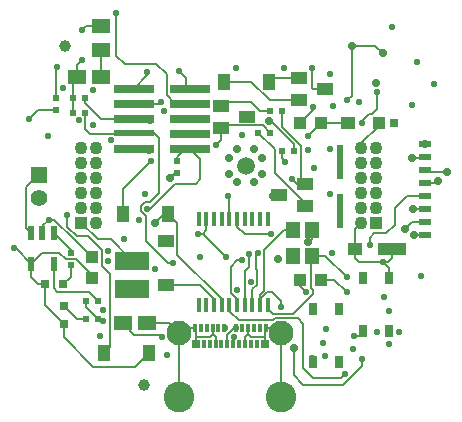
<source format=gbr>
G04 #@! TF.GenerationSoftware,KiCad,Pcbnew,7.0.7*
G04 #@! TF.CreationDate,2024-10-23T00:01:57-07:00*
G04 #@! TF.ProjectId,ESP_POE_1.4b,4553505f-504f-4455-9f31-2e34622e6b69,K*
G04 #@! TF.SameCoordinates,Original*
G04 #@! TF.FileFunction,Copper,L1,Top*
G04 #@! TF.FilePolarity,Positive*
%FSLAX46Y46*%
G04 Gerber Fmt 4.6, Leading zero omitted, Abs format (unit mm)*
G04 Created by KiCad (PCBNEW 7.0.7) date 2024-10-23 00:01:57*
%MOMM*%
%LPD*%
G01*
G04 APERTURE LIST*
G04 #@! TA.AperFunction,SMDPad,CuDef*
%ADD10R,1.524000X1.270000*%
G04 #@! TD*
G04 #@! TA.AperFunction,ConnectorPad*
%ADD11C,1.000000*%
G04 #@! TD*
G04 #@! TA.AperFunction,SMDPad,CuDef*
%ADD12R,0.500000X0.550000*%
G04 #@! TD*
G04 #@! TA.AperFunction,SMDPad,CuDef*
%ADD13R,1.016000X1.016000*%
G04 #@! TD*
G04 #@! TA.AperFunction,SMDPad,CuDef*
%ADD14R,0.550000X1.200000*%
G04 #@! TD*
G04 #@! TA.AperFunction,SMDPad,CuDef*
%ADD15R,0.800000X0.800000*%
G04 #@! TD*
G04 #@! TA.AperFunction,SMDPad,CuDef*
%ADD16R,3.000000X1.600000*%
G04 #@! TD*
G04 #@! TA.AperFunction,SMDPad,CuDef*
%ADD17R,1.400000X1.000000*%
G04 #@! TD*
G04 #@! TA.AperFunction,SMDPad,CuDef*
%ADD18R,0.550000X0.500000*%
G04 #@! TD*
G04 #@! TA.AperFunction,SMDPad,CuDef*
%ADD19R,0.325000X1.270000*%
G04 #@! TD*
G04 #@! TA.AperFunction,SMDPad,CuDef*
%ADD20R,1.200000X1.400000*%
G04 #@! TD*
G04 #@! TA.AperFunction,SMDPad,CuDef*
%ADD21R,1.000000X1.400000*%
G04 #@! TD*
G04 #@! TA.AperFunction,SMDPad,CuDef*
%ADD22R,3.428302X0.660400*%
G04 #@! TD*
G04 #@! TA.AperFunction,SMDPad,CuDef*
%ADD23R,3.428302X0.584200*%
G04 #@! TD*
G04 #@! TA.AperFunction,ComponentPad*
%ADD24R,1.400000X1.400000*%
G04 #@! TD*
G04 #@! TA.AperFunction,ComponentPad*
%ADD25C,1.400000*%
G04 #@! TD*
G04 #@! TA.AperFunction,SMDPad,CuDef*
%ADD26R,0.711200X0.990600*%
G04 #@! TD*
G04 #@! TA.AperFunction,SMDPad,CuDef*
%ADD27R,0.300000X0.700000*%
G04 #@! TD*
G04 #@! TA.AperFunction,SMDPad,CuDef*
%ADD28R,0.650000X0.700000*%
G04 #@! TD*
G04 #@! TA.AperFunction,ComponentPad*
%ADD29C,2.100000*%
G04 #@! TD*
G04 #@! TA.AperFunction,ComponentPad*
%ADD30C,2.600000*%
G04 #@! TD*
G04 #@! TA.AperFunction,ComponentPad*
%ADD31R,1.100000X1.100000*%
G04 #@! TD*
G04 #@! TA.AperFunction,ComponentPad*
%ADD32C,1.100000*%
G04 #@! TD*
G04 #@! TA.AperFunction,SMDPad,CuDef*
%ADD33R,0.558800X2.921000*%
G04 #@! TD*
G04 #@! TA.AperFunction,SMDPad,CuDef*
%ADD34R,1.092200X1.041400*%
G04 #@! TD*
G04 #@! TA.AperFunction,SMDPad,CuDef*
%ADD35R,1.193800X1.041400*%
G04 #@! TD*
G04 #@! TA.AperFunction,SMDPad,CuDef*
%ADD36R,2.387600X1.041400*%
G04 #@! TD*
G04 #@! TA.AperFunction,SMDPad,CuDef*
%ADD37R,0.990600X0.508000*%
G04 #@! TD*
G04 #@! TA.AperFunction,SMDPad,CuDef*
%ADD38R,0.787400X0.711200*%
G04 #@! TD*
G04 #@! TA.AperFunction,ComponentPad*
%ADD39C,0.700000*%
G04 #@! TD*
G04 #@! TA.AperFunction,ComponentPad*
%ADD40C,1.500000*%
G04 #@! TD*
G04 #@! TA.AperFunction,ViaPad*
%ADD41C,0.550000*%
G04 #@! TD*
G04 #@! TA.AperFunction,ViaPad*
%ADD42C,0.700000*%
G04 #@! TD*
G04 #@! TA.AperFunction,Conductor*
%ADD43C,0.203200*%
G04 #@! TD*
G04 #@! TA.AperFunction,Conductor*
%ADD44C,0.200000*%
G04 #@! TD*
G04 APERTURE END LIST*
D10*
X77571600Y-134874000D03*
X79603600Y-134874000D03*
D11*
X76555600Y-132283200D03*
D12*
X77266800Y-137972800D03*
X78282800Y-137972800D03*
D13*
X78892400Y-151942800D03*
X78892400Y-150164800D03*
D14*
X75626000Y-148102800D03*
X74676000Y-148102800D03*
X73726000Y-148102800D03*
X73726000Y-150702800D03*
X75626000Y-150702800D03*
D12*
X79349600Y-153822400D03*
X78333600Y-153822400D03*
D15*
X76441300Y-152425400D03*
X74917300Y-152425400D03*
X76504800Y-154279600D03*
X76504800Y-155803600D03*
D12*
X78333600Y-155346400D03*
X79349600Y-155346400D03*
D11*
X83312000Y-160934400D03*
D16*
X82245200Y-152838000D03*
X82245200Y-150438000D03*
D13*
X96469200Y-138785600D03*
X98247200Y-138785600D03*
D10*
X83515200Y-155752800D03*
X81483200Y-155752800D03*
D13*
X96443800Y-152095200D03*
X98221800Y-152095200D03*
D17*
X96367600Y-134975600D03*
X96367600Y-136878060D03*
X98577400Y-135923020D03*
D12*
X94945200Y-137769600D03*
X93929200Y-137769600D03*
X93980000Y-139598400D03*
X92964000Y-139598400D03*
D17*
X96916240Y-145831560D03*
X96916240Y-143929100D03*
X94706440Y-144884140D03*
X89773760Y-137327640D03*
X89773760Y-139230100D03*
X91983560Y-138275060D03*
D12*
X77266800Y-136652000D03*
X78282800Y-136652000D03*
D18*
X86106000Y-143002000D03*
X86106000Y-141986000D03*
D12*
X95961200Y-141173200D03*
X94945200Y-141173200D03*
D19*
X87905400Y-154190700D03*
X88555400Y-154190700D03*
X89205400Y-154190700D03*
X89855400Y-154190700D03*
X90505400Y-154190700D03*
X91155400Y-154190700D03*
X91805400Y-154190700D03*
X92455400Y-154190700D03*
X93105400Y-154190700D03*
X93755400Y-154190700D03*
X93755400Y-146951700D03*
X93105400Y-146951700D03*
X92455400Y-146951700D03*
X91805400Y-146951700D03*
X91155400Y-146951700D03*
X90505400Y-146951700D03*
X89855400Y-146951700D03*
X89205400Y-146951700D03*
X88555400Y-146951700D03*
X87905400Y-146951700D03*
D20*
X95859600Y-147832800D03*
X97459600Y-150032800D03*
X97459600Y-147832800D03*
X95859600Y-150032800D03*
D17*
X85140800Y-152542400D03*
X85140800Y-148742400D03*
D21*
X81513600Y-146507200D03*
X85313600Y-146507200D03*
X90078400Y-135280400D03*
X93878400Y-135280400D03*
X83688000Y-158242000D03*
X79888000Y-158242000D03*
D10*
X79603600Y-132638800D03*
X79603600Y-130606800D03*
D22*
X82429002Y-135877300D03*
X87128700Y-135877300D03*
X82429002Y-137147300D03*
X87128700Y-137147300D03*
X82429002Y-138417300D03*
X87128700Y-138417300D03*
D23*
X82429002Y-139649200D03*
D22*
X87128700Y-139687300D03*
X82429002Y-140957300D03*
X87128700Y-140957300D03*
D18*
X77063600Y-150825200D03*
X77063600Y-149809200D03*
X75844400Y-137668000D03*
X75844400Y-136652000D03*
D24*
X74389520Y-143148050D03*
D25*
X74392060Y-145177510D03*
D26*
X101845801Y-156428001D03*
X101845801Y-151927999D03*
X103995799Y-156428001D03*
X103995799Y-151927999D03*
D27*
X87576400Y-156179400D03*
X88076400Y-156179400D03*
X88576400Y-156179400D03*
X89076400Y-156179400D03*
X89576400Y-156179400D03*
X90076400Y-156179400D03*
X91076400Y-156179400D03*
X91576400Y-156179400D03*
X92076400Y-156179400D03*
X92576400Y-156179400D03*
X93076400Y-156179400D03*
X93576400Y-156179400D03*
D28*
X93501400Y-157479400D03*
D27*
X92826400Y-157479400D03*
X92326400Y-157479400D03*
X91826400Y-157479400D03*
X91326400Y-157479400D03*
X90826400Y-157479400D03*
X90326400Y-157479400D03*
X89826400Y-157479400D03*
X89326400Y-157479400D03*
X88826400Y-157479400D03*
X88326400Y-157479400D03*
D28*
X87651400Y-157479400D03*
D29*
X86256400Y-156589400D03*
D30*
X86256400Y-161949400D03*
D29*
X94896400Y-156589400D03*
D30*
X94896400Y-161949400D03*
D26*
X97621202Y-159033602D03*
X97621202Y-154533600D03*
X99771200Y-159033602D03*
X99771200Y-154533600D03*
D31*
X77927200Y-147218400D03*
D32*
X79197200Y-147218400D03*
X77927200Y-145948400D03*
X79197200Y-145948400D03*
X77927200Y-144678400D03*
X79197200Y-144678400D03*
X77927200Y-143408400D03*
X79197200Y-143408400D03*
X77927200Y-142138400D03*
X79197200Y-142138400D03*
X77927200Y-140868400D03*
X79197200Y-140868400D03*
D33*
X99851401Y-146260600D03*
X99851401Y-142070600D03*
D34*
X103136401Y-138790599D03*
D35*
X100526401Y-138790599D03*
X101096402Y-149440565D03*
D36*
X104281402Y-149440601D03*
D37*
X107086400Y-140565599D03*
X107086400Y-141665600D03*
X107086400Y-142765600D03*
X107086400Y-143865600D03*
X107086400Y-144965601D03*
X107086400Y-146065601D03*
X107086400Y-147165602D03*
X107086400Y-148265599D03*
D38*
X104406401Y-138805600D03*
D39*
X93288000Y-143120000D03*
X93288000Y-141720000D03*
X92588000Y-143820000D03*
X92588000Y-141020000D03*
D40*
X91888000Y-142420000D03*
D39*
X91188000Y-143820000D03*
X91188000Y-141020000D03*
X90488000Y-143120000D03*
X90488000Y-141720000D03*
D31*
X102920800Y-147218400D03*
D32*
X101650800Y-147218400D03*
X102920800Y-145948400D03*
X101650800Y-145948400D03*
X102920800Y-144678400D03*
X101650800Y-144678400D03*
X102920800Y-143408400D03*
X101650800Y-143408400D03*
X102920800Y-142138400D03*
X101650800Y-142138400D03*
X102920800Y-140868400D03*
X101650800Y-140868400D03*
D41*
X93573600Y-135261600D03*
X76384400Y-135820400D03*
X72288400Y-149402800D03*
X96367600Y-134975600D03*
X98602800Y-158496000D03*
X104241600Y-130657600D03*
X86207600Y-134367600D03*
X97180400Y-139903200D03*
X104343200Y-149343700D03*
X79774800Y-155549600D03*
X92913200Y-149809200D03*
D42*
X97180400Y-148856298D03*
D41*
X100431600Y-153130000D03*
D42*
X102903979Y-135378187D03*
D41*
X98988000Y-134620000D03*
X103479600Y-150571200D03*
X75239700Y-146964400D03*
X103987600Y-157480000D03*
X95859600Y-150032800D03*
X73558400Y-138430000D03*
D42*
X106070400Y-146100800D03*
D41*
X84767299Y-156925237D03*
X77779700Y-138561600D03*
X78028800Y-130911600D03*
X107797600Y-135483600D03*
X105968800Y-137261600D03*
X77984024Y-133483076D03*
X104827901Y-156514800D03*
X106426000Y-133654800D03*
X79552800Y-156819600D03*
X97586800Y-137464800D03*
X103632000Y-153517600D03*
D42*
X85445600Y-143459200D03*
D41*
X83566000Y-134447100D03*
X97485200Y-134162800D03*
X98988000Y-140970000D03*
X97466400Y-158718000D03*
D42*
X103530400Y-132892800D03*
X100868400Y-132232400D03*
D41*
X99314000Y-137312400D03*
X100489115Y-136874658D03*
X101041200Y-156819600D03*
D42*
X108153200Y-143713200D03*
D41*
X79603600Y-132638800D03*
X94848690Y-154352127D03*
X100431600Y-151841200D03*
X75107800Y-139852400D03*
X90078400Y-135280400D03*
X100252962Y-160044562D03*
X106730800Y-151771600D03*
X84226400Y-151130000D03*
X86798849Y-139687300D03*
D42*
X93850621Y-138610179D03*
D41*
X95148400Y-134162300D03*
X91084400Y-134144000D03*
X80924400Y-129489200D03*
X80453800Y-140258800D03*
X85293200Y-148710400D03*
X104038400Y-154686000D03*
X101701600Y-158800800D03*
D42*
X95961200Y-157835600D03*
D41*
X102972438Y-156515638D03*
D42*
X84226400Y-147269200D03*
D41*
X83874200Y-142036800D03*
X91983560Y-138360400D03*
X97028000Y-153130000D03*
X90220800Y-150114000D03*
X87833200Y-148183600D03*
X76758800Y-146608800D03*
X80162400Y-158108400D03*
X100945292Y-157900100D03*
X98988000Y-144780000D03*
X103022400Y-136120300D03*
X101752400Y-138785600D03*
X75895200Y-134061200D03*
X78943200Y-138988800D03*
X80264103Y-150432480D03*
X101498400Y-137026400D03*
X97688400Y-142627600D03*
X92151200Y-149860000D03*
X91024898Y-156179400D03*
X90881200Y-156921200D03*
X91541600Y-150418800D03*
X90152902Y-156179400D03*
X83261200Y-152940000D03*
D42*
X107086400Y-140565599D03*
X105968800Y-141732000D03*
D41*
X102385801Y-149098000D03*
X95250000Y-142087600D03*
D42*
X105359200Y-147777200D03*
X108966000Y-142900400D03*
D41*
X85750400Y-150622000D03*
D42*
X106172000Y-148234400D03*
D41*
X89357200Y-140614400D03*
X90358280Y-144969957D03*
X95808800Y-143510000D03*
X94005254Y-148208854D03*
X79825600Y-154635200D03*
X88036400Y-150164800D03*
X94132400Y-144969500D03*
X81603600Y-148590000D03*
D42*
X83810951Y-138569200D03*
X87128700Y-138417300D03*
X94640400Y-150317200D03*
D41*
X83566000Y-146050000D03*
X99163106Y-149809029D03*
X83667600Y-141122400D03*
X91541600Y-139801600D03*
X83330800Y-144780000D03*
X97129600Y-141071600D03*
X85007200Y-137787257D03*
X78994000Y-135991600D03*
X82854800Y-147015200D03*
X98450400Y-157378400D03*
X91135700Y-152921239D03*
X92298700Y-152280000D03*
X98704400Y-156210000D03*
X84696128Y-137021528D03*
X80257900Y-149606000D03*
X97611543Y-154533468D03*
X85242400Y-158464000D03*
D43*
X72426000Y-149402800D02*
X73726000Y-150702800D01*
X74295000Y-152425400D02*
X73726000Y-151856400D01*
X76504800Y-156921200D02*
X76504800Y-155803600D01*
X82519600Y-159410400D02*
X78994000Y-159410400D01*
X77508400Y-150287800D02*
X78892400Y-151671800D01*
X72288400Y-149402800D02*
X72426000Y-149402800D01*
X74917300Y-152425400D02*
X74295000Y-152425400D01*
X96367600Y-134975600D02*
X94183200Y-134975600D01*
X94183200Y-134975600D02*
X93878400Y-135280400D01*
X74917300Y-152425400D02*
X74917300Y-154216100D01*
X73726000Y-151856400D02*
X73726000Y-150702800D01*
X76627800Y-150287800D02*
X77508400Y-150287800D01*
X74917300Y-154216100D02*
X76504800Y-155803600D01*
X76098400Y-149758400D02*
X74670400Y-149758400D01*
X78892400Y-151671800D02*
X78892400Y-151942800D01*
X74670400Y-149758400D02*
X73726000Y-150702800D01*
X93592400Y-135280400D02*
X93573600Y-135261600D01*
X76098400Y-149758400D02*
X76627800Y-150287800D01*
X83688000Y-158242000D02*
X82519600Y-159410400D01*
X93878400Y-135280400D02*
X93592400Y-135280400D01*
X78994000Y-159410400D02*
X76504800Y-156921200D01*
X103936800Y-150571200D02*
X103479600Y-150571200D01*
X74676000Y-147528100D02*
X74676000Y-148102800D01*
X79603600Y-130606800D02*
X78333600Y-130606800D01*
X75239700Y-146964400D02*
X75682226Y-146964400D01*
X92802300Y-152488598D02*
X92802300Y-151162657D01*
X75682226Y-146964400D02*
X77434826Y-148717000D01*
X82448400Y-156718000D02*
X83007200Y-156718000D01*
X103995799Y-151087399D02*
X103479600Y-150571200D01*
X84560062Y-156718000D02*
X84767299Y-156925237D01*
X101650800Y-140512800D02*
X101650800Y-140868400D01*
X74320400Y-137668000D02*
X73558400Y-138430000D01*
X98252199Y-138790599D02*
X98247200Y-138785600D01*
X86798849Y-134958849D02*
X86798849Y-135877300D01*
X92455400Y-154190700D02*
X92455400Y-152835498D01*
X77434826Y-148717000D02*
X77444600Y-148717000D01*
X75239700Y-146964400D02*
X74676000Y-147528100D01*
X101096402Y-149440565D02*
X101096402Y-147772798D01*
X104281402Y-150226598D02*
X103936800Y-150571200D01*
X103136401Y-138790599D02*
X103136401Y-139027199D01*
D44*
X106105599Y-146065601D02*
X106070400Y-146100800D01*
D43*
X78333600Y-130606800D02*
X78028800Y-130911600D01*
X92792838Y-149917596D02*
X92900934Y-149809500D01*
X98247200Y-138785600D02*
X97180400Y-139852400D01*
X97459600Y-147832800D02*
X97459600Y-148432800D01*
D44*
X107086400Y-146065601D02*
X106105599Y-146065601D01*
D43*
X103136401Y-139027199D02*
X101650800Y-140512800D01*
X92802300Y-151162657D02*
X92792838Y-151153194D01*
X99396800Y-152095200D02*
X100431600Y-153130000D01*
X97459600Y-147832800D02*
X97459600Y-148577098D01*
X92792838Y-151153194D02*
X92792838Y-149917596D01*
X101447600Y-150571200D02*
X101096402Y-150220002D01*
X98221800Y-152095200D02*
X99396800Y-152095200D01*
X103479600Y-150571200D02*
X101447600Y-150571200D01*
X103995799Y-151927999D02*
X103995799Y-151087399D01*
X100526401Y-138790599D02*
X98252199Y-138790599D01*
X92455400Y-154190700D02*
X92455400Y-153740176D01*
X75844400Y-137668000D02*
X74320400Y-137668000D01*
X78333600Y-153822400D02*
X78333600Y-154330400D01*
X101096402Y-150220002D02*
X101096402Y-149440565D01*
X83007200Y-156718000D02*
X84560062Y-156718000D01*
X86207600Y-134367600D02*
X86798849Y-134958849D01*
X92455400Y-152835498D02*
X92802300Y-152488598D01*
X79774800Y-155549600D02*
X79552800Y-155549600D01*
X97180400Y-139852400D02*
X97180400Y-139903200D01*
X101096402Y-147772798D02*
X101650800Y-147218400D01*
X77444600Y-148717000D02*
X78892400Y-150164800D01*
X81483200Y-155752800D02*
X82448400Y-156718000D01*
X78333600Y-154330400D02*
X79349600Y-155346400D01*
X104281402Y-149440601D02*
X104281402Y-150226598D01*
X97459600Y-148577098D02*
X97180400Y-148856298D01*
X79552800Y-155549600D02*
X79349600Y-155346400D01*
X79349600Y-148640800D02*
X77927200Y-147218400D01*
X77984024Y-133483076D02*
X77571600Y-133895500D01*
X77266800Y-135178800D02*
X77571600Y-134874000D01*
X83566000Y-134447100D02*
X83566000Y-134740302D01*
X97586800Y-137668000D02*
X97586800Y-137464800D01*
X83566000Y-134740302D02*
X82429002Y-135877300D01*
X82245200Y-150438000D02*
X80448000Y-148640800D01*
X80448000Y-148640800D02*
X79349600Y-148640800D01*
D44*
X85902800Y-143002000D02*
X86106000Y-143002000D01*
D43*
X77216000Y-135229600D02*
X77571600Y-134874000D01*
X77266800Y-136652000D02*
X77266800Y-135178800D01*
X96469200Y-138785600D02*
X97586800Y-137668000D01*
X77266800Y-137972800D02*
X77266800Y-136652000D01*
D44*
X85445600Y-143459200D02*
X85902800Y-143002000D01*
D43*
X77571600Y-133895500D02*
X77571600Y-134874000D01*
X73726000Y-148102800D02*
X73304400Y-147681200D01*
X97485200Y-134162800D02*
X97485200Y-135839200D01*
X73304400Y-147681200D02*
X73304400Y-144233170D01*
X97569020Y-135923020D02*
X98577400Y-135923020D01*
X97485200Y-135839200D02*
X97569020Y-135923020D01*
X73304400Y-144233170D02*
X74389520Y-143148050D01*
X97621202Y-158872802D02*
X97466400Y-158718000D01*
X97621202Y-159033602D02*
X97621202Y-158872802D01*
X100489115Y-136874658D02*
X100904581Y-136459192D01*
X102870000Y-132232400D02*
X100868400Y-132232400D01*
X101041200Y-156819600D02*
X101454202Y-156819600D01*
X100904581Y-136459192D02*
X100904581Y-132268581D01*
X103530400Y-132892800D02*
X102870000Y-132232400D01*
X101454202Y-156819600D02*
X101845801Y-156428001D01*
X100904581Y-132268581D02*
X100868400Y-132232400D01*
X108000800Y-143865600D02*
X107086400Y-143865600D01*
X79603600Y-132638800D02*
X79603600Y-134874000D01*
X108153200Y-143713200D02*
X108000800Y-143865600D01*
X93416800Y-149508800D02*
X93416800Y-153041100D01*
X95092800Y-147832800D02*
X95859600Y-147832800D01*
X93712400Y-153111200D02*
X93105400Y-153718200D01*
X93105400Y-153352500D02*
X93105400Y-154190700D01*
X94132400Y-153111200D02*
X93712400Y-153111200D01*
X93416800Y-149508800D02*
X95092800Y-147832800D01*
X93416800Y-153041100D02*
X93105400Y-153352500D01*
X94848690Y-153827490D02*
X94132400Y-153111200D01*
X93105400Y-153718200D02*
X93105400Y-154190700D01*
X94848690Y-154352127D02*
X94848690Y-153827490D01*
X100431600Y-151841200D02*
X98623200Y-150032800D01*
X97568500Y-152906117D02*
X97568500Y-153301698D01*
X95889598Y-154980600D02*
X94173000Y-154980600D01*
X97383600Y-152721217D02*
X97568500Y-152906117D01*
X97383600Y-150108800D02*
X97383600Y-152721217D01*
X98623200Y-150032800D02*
X97459600Y-150032800D01*
X97459600Y-150032800D02*
X97383600Y-150108800D01*
X97568500Y-153301698D02*
X95889598Y-154980600D01*
X93755400Y-154563000D02*
X93755400Y-154190700D01*
X94173000Y-154980600D02*
X93755400Y-154563000D01*
X89712800Y-134914800D02*
X89712800Y-134874000D01*
X96367600Y-136878060D02*
X93952060Y-136878060D01*
X89712800Y-134914800D02*
X90078400Y-135280400D01*
X93952060Y-136878060D02*
X92354400Y-135280400D01*
X92354400Y-135280400D02*
X90078400Y-135280400D01*
X97586800Y-160375600D02*
X96774000Y-159562800D01*
X94178786Y-155498800D02*
X91341000Y-155498800D01*
X96281200Y-155310800D02*
X94366786Y-155310800D01*
X96774000Y-159562800D02*
X96774000Y-155803600D01*
X94366786Y-155310800D02*
X94178786Y-155498800D01*
X90505400Y-154663200D02*
X90505400Y-154190700D01*
X100023524Y-160274000D02*
X100252962Y-160044562D01*
X96774000Y-155803600D02*
X96281200Y-155310800D01*
X91341000Y-155498800D02*
X90505400Y-154663200D01*
X99921924Y-160375600D02*
X97586800Y-160375600D01*
X100252962Y-160044562D02*
X99921924Y-160375600D01*
X77063600Y-150825200D02*
X77063600Y-151803100D01*
X77063600Y-151803100D02*
X76441300Y-152425400D01*
X93998005Y-138610179D02*
X93850621Y-138610179D01*
X95961200Y-140573374D02*
X95961200Y-141173200D01*
X86798849Y-139687300D02*
X87852949Y-139687300D01*
X95961200Y-140573374D02*
X93998005Y-138610179D01*
X85897149Y-137147300D02*
X86798849Y-137147300D01*
X80924400Y-133096000D02*
X81635600Y-133807200D01*
X85185949Y-136436100D02*
X85897149Y-137147300D01*
X85185949Y-134677053D02*
X85185949Y-136436100D01*
X80924400Y-129489200D02*
X80924400Y-133096000D01*
X84316096Y-133807200D02*
X85185949Y-134677053D01*
X81635600Y-133807200D02*
X84316096Y-133807200D01*
X85261200Y-148742400D02*
X85293200Y-148710400D01*
X85140800Y-148742400D02*
X85261200Y-148742400D01*
X89205400Y-153718200D02*
X88029600Y-152542400D01*
X88029600Y-152542400D02*
X85140800Y-152542400D01*
X89205400Y-154190700D02*
X89205400Y-153718200D01*
X101701600Y-159359600D02*
X101701600Y-158800800D01*
X86106000Y-147289600D02*
X86096000Y-147289600D01*
X95961200Y-160131374D02*
X95961200Y-157835600D01*
X85313600Y-146507200D02*
X84988400Y-146507200D01*
X86106000Y-149968800D02*
X86106000Y-147289600D01*
X89855400Y-153718200D02*
X86106000Y-149968800D01*
X89855400Y-154190700D02*
X89855400Y-153718200D01*
X86096000Y-147289600D02*
X85313600Y-146507200D01*
X100126800Y-160934400D02*
X96764226Y-160934400D01*
X96764226Y-160934400D02*
X95961200Y-160131374D01*
X100126800Y-160934400D02*
X101701600Y-159359600D01*
X84988400Y-146507200D02*
X84226400Y-147269200D01*
X83874200Y-142036800D02*
X81513600Y-144397400D01*
X81513600Y-144397400D02*
X81513600Y-146507200D01*
X92076400Y-156179400D02*
X92076400Y-156656400D01*
X90220800Y-150114000D02*
X88290400Y-148183600D01*
X85419800Y-155752800D02*
X86256400Y-156589400D01*
X92076400Y-156656400D02*
X92320800Y-156900800D01*
X87651400Y-156972000D02*
X87651400Y-156254400D01*
X87651400Y-156254400D02*
X87576400Y-156179400D01*
X89326400Y-156906400D02*
X89326400Y-157479400D01*
X87576400Y-156179400D02*
X86666400Y-156179400D01*
X88290400Y-148183600D02*
X87833200Y-148183600D01*
X87651400Y-156926200D02*
X87651400Y-156972000D01*
X86256400Y-161949400D02*
X86256400Y-156589400D01*
X87651400Y-157479400D02*
X87651400Y-156972000D01*
X93501400Y-156254400D02*
X93576400Y-156179400D01*
X88832000Y-156900800D02*
X87676800Y-156900800D01*
X93576400Y-156179400D02*
X94486400Y-156179400D01*
X96443800Y-152545800D02*
X97028000Y-153130000D01*
X92076400Y-156656400D02*
X91826400Y-156906400D01*
X93501400Y-157479400D02*
X93501400Y-156768800D01*
X91826400Y-156906400D02*
X91826400Y-157479400D01*
X93501400Y-156768800D02*
X93501400Y-156254400D01*
X94896400Y-156589400D02*
X94896400Y-161949400D01*
X94486400Y-156179400D02*
X94896400Y-156589400D01*
X93476000Y-156900800D02*
X93501400Y-156875400D01*
X93501400Y-156875400D02*
X93501400Y-156768800D01*
X89076400Y-156179400D02*
X89076400Y-156656400D01*
X92320800Y-156900800D02*
X93476000Y-156900800D01*
X87676800Y-156900800D02*
X87651400Y-156926200D01*
X88555400Y-147867800D02*
X88555400Y-146951700D01*
X86666400Y-156179400D02*
X86256400Y-156589400D01*
X87833200Y-148183600D02*
X88239600Y-148183600D01*
X96443800Y-152095200D02*
X96443800Y-152545800D01*
X89076400Y-156656400D02*
X88832000Y-156900800D01*
X89076400Y-156656400D02*
X89326400Y-156906400D01*
X88239600Y-148183600D02*
X88555400Y-147867800D01*
X83515200Y-155752800D02*
X85419800Y-155752800D01*
X80028800Y-158242000D02*
X80162400Y-158108400D01*
X76758800Y-147574000D02*
X76758800Y-146608800D01*
X80365600Y-151536400D02*
X79717900Y-150888700D01*
X79717900Y-149542500D02*
X78562200Y-148386800D01*
X80365600Y-157764400D02*
X80365600Y-151536400D01*
X79888000Y-158242000D02*
X80365600Y-157764400D01*
X79717900Y-150888700D02*
X79717900Y-149542500D01*
X78562200Y-148386800D02*
X77571600Y-148386800D01*
X77571600Y-148386800D02*
X76758800Y-147574000D01*
X79888000Y-158242000D02*
X80028800Y-158242000D01*
X101752400Y-138785600D02*
X101752400Y-138650600D01*
X103022400Y-137566400D02*
X103022400Y-136120300D01*
X102361701Y-138041299D02*
X102547501Y-138041299D01*
X101752400Y-138650600D02*
X102361701Y-138041299D01*
X102547501Y-138041299D02*
X103022400Y-137566400D01*
X75844400Y-136652000D02*
X75844400Y-134160417D01*
X75844400Y-134160417D02*
X75844400Y-134112000D01*
X75844400Y-134112000D02*
X75895200Y-134061200D01*
X91795600Y-154180900D02*
X91805400Y-154190700D01*
X90326400Y-157479400D02*
X90326400Y-156758000D01*
X92151200Y-149860000D02*
X92151200Y-150977600D01*
X91024898Y-156179400D02*
X91076400Y-156179400D01*
X90905000Y-156179400D02*
X91076400Y-156179400D01*
X90326400Y-156758000D02*
X90905000Y-156179400D01*
X91795600Y-151333200D02*
X91795600Y-154180900D01*
X92151200Y-150977600D02*
X91795600Y-151333200D01*
X91155400Y-154190700D02*
X91155400Y-153718200D01*
X90152902Y-156179400D02*
X90284911Y-156179400D01*
X90826400Y-157479400D02*
X90826400Y-156976000D01*
X90627200Y-150977600D02*
X91186000Y-150418800D01*
X90826400Y-156976000D02*
X90881200Y-156921200D01*
X91155400Y-153718200D02*
X90627200Y-153190000D01*
X91186000Y-150418800D02*
X91541600Y-150418800D01*
X90152902Y-156179400D02*
X90076400Y-156179400D01*
X90627200Y-153190000D02*
X90627200Y-150977600D01*
X82245200Y-152838000D02*
X83159200Y-152838000D01*
X83159200Y-152838000D02*
X83261200Y-152940000D01*
X107020000Y-141732000D02*
X107086400Y-141665600D01*
X105968800Y-141732000D02*
X107020000Y-141732000D01*
X102780300Y-148132800D02*
X103784400Y-148132800D01*
X104495600Y-145999200D02*
X105529199Y-144965601D01*
X102385801Y-149098000D02*
X102385801Y-148527299D01*
X105529199Y-144965601D02*
X107086400Y-144965601D01*
X104495600Y-147421600D02*
X104495600Y-145999200D01*
X103784400Y-148132800D02*
X104495600Y-147421600D01*
X102385801Y-148527299D02*
X102780300Y-148132800D01*
X94945200Y-141173200D02*
X94945200Y-141782800D01*
D44*
X105970798Y-147165602D02*
X107086400Y-147165602D01*
D43*
X94945200Y-141782800D02*
X95250000Y-142087600D01*
D44*
X105359200Y-147777200D02*
X105970798Y-147165602D01*
D43*
X83413600Y-148742400D02*
X85293200Y-150622000D01*
X83413600Y-146661983D02*
X83413600Y-148742400D01*
X84531200Y-144725590D02*
X83747290Y-145509500D01*
X78689200Y-139700000D02*
X82378202Y-139700000D01*
X78282800Y-139293600D02*
X78689200Y-139700000D01*
X83342117Y-145509500D02*
X83025500Y-145826117D01*
X82378202Y-139700000D02*
X82429002Y-139649200D01*
X85293200Y-150622000D02*
X85750400Y-150622000D01*
X83747290Y-145509500D02*
X83342117Y-145509500D01*
X107221200Y-142900400D02*
X107086400Y-142765600D01*
X108966000Y-142900400D02*
X107221200Y-142900400D01*
X84531200Y-140055600D02*
X84531200Y-144725590D01*
X83025500Y-145826117D02*
X83025500Y-146273883D01*
X84124800Y-139649200D02*
X82429002Y-139649200D01*
X78282800Y-137972800D02*
X78282800Y-139293600D01*
X84531200Y-140055600D02*
X84124800Y-139649200D01*
X83025500Y-146273883D02*
X83413600Y-146661983D01*
D44*
X107086400Y-148265599D02*
X106203199Y-148265599D01*
X106203199Y-148265599D02*
X106172000Y-148234400D01*
D43*
X77571600Y-155346400D02*
X76504800Y-154279600D01*
X78333600Y-155346400D02*
X77571600Y-155346400D01*
X93116400Y-137769600D02*
X93929200Y-137769600D01*
X90134060Y-136967340D02*
X92314140Y-136967340D01*
X92314140Y-136967340D02*
X93116400Y-137769600D01*
X89773760Y-137327640D02*
X90134060Y-136967340D01*
X90505400Y-145117077D02*
X90505400Y-146951700D01*
X90037200Y-138966660D02*
X93348260Y-138966660D01*
X89773760Y-140197840D02*
X89357200Y-140614400D01*
X93348260Y-138966660D02*
X93980000Y-139598400D01*
X89773760Y-139230100D02*
X89773760Y-140197840D01*
X89773760Y-139230100D02*
X90037200Y-138966660D01*
X90358280Y-144969957D02*
X90505400Y-145117077D01*
X92964000Y-139598400D02*
X94335600Y-140970000D01*
X96916240Y-145582640D02*
X96916240Y-145831560D01*
X94335600Y-143002000D02*
X96916240Y-145582640D01*
X94335600Y-140970000D02*
X94335600Y-143002000D01*
X96227900Y-143929100D02*
X95808800Y-143510000D01*
X96589100Y-143601960D02*
X96916240Y-143929100D01*
X94945200Y-137769600D02*
X94945200Y-139090400D01*
X91155400Y-147556400D02*
X91155400Y-146951700D01*
X91807854Y-148208854D02*
X91155400Y-147556400D01*
X96916240Y-143929100D02*
X96227900Y-143929100D01*
X94005254Y-148208854D02*
X91807854Y-148208854D01*
X96589100Y-140734300D02*
X96589100Y-143601960D01*
X94945200Y-139090400D02*
X96589100Y-140734300D01*
X94706440Y-144884140D02*
X94217760Y-144884140D01*
X94217760Y-144884140D02*
X94132400Y-144969500D01*
X78638400Y-153111200D02*
X79349600Y-153822400D01*
X75626000Y-152791100D02*
X75946100Y-153111200D01*
X75946100Y-153111200D02*
X78638400Y-153111200D01*
X75626000Y-150702800D02*
X75626000Y-152791100D01*
X77063600Y-149540400D02*
X77063600Y-149809200D01*
X75626000Y-148102800D02*
X77063600Y-149540400D01*
X79590900Y-138417300D02*
X82758853Y-138417300D01*
D44*
X82429002Y-138417300D02*
X83659051Y-138417300D01*
X83659051Y-138417300D02*
X83810951Y-138569200D01*
D43*
X83604100Y-138417300D02*
X83718400Y-138531600D01*
X78282800Y-137109200D02*
X79590900Y-138417300D01*
X78282800Y-136652000D02*
X78282800Y-137109200D01*
X83820000Y-146050000D02*
X83566000Y-146050000D01*
X87160100Y-140957300D02*
X88036400Y-141833600D01*
X88036400Y-143560800D02*
X87659400Y-143937800D01*
X86798849Y-140957300D02*
X87160100Y-140957300D01*
X87659400Y-143937800D02*
X85932200Y-143937800D01*
X88036400Y-141833600D02*
X88036400Y-143560800D01*
X85932200Y-143937800D02*
X83820000Y-146050000D01*
D44*
X86106000Y-141650149D02*
X86798849Y-140957300D01*
X86106000Y-141986000D02*
X86106000Y-141650149D01*
D43*
X86798849Y-140957300D02*
X86798849Y-141191551D01*
X83502500Y-140957300D02*
X83667600Y-141122400D01*
X82758853Y-140957300D02*
X83502500Y-140957300D01*
X84696128Y-137021528D02*
X84570356Y-137147300D01*
X84570356Y-137147300D02*
X82429002Y-137147300D01*
M02*

</source>
